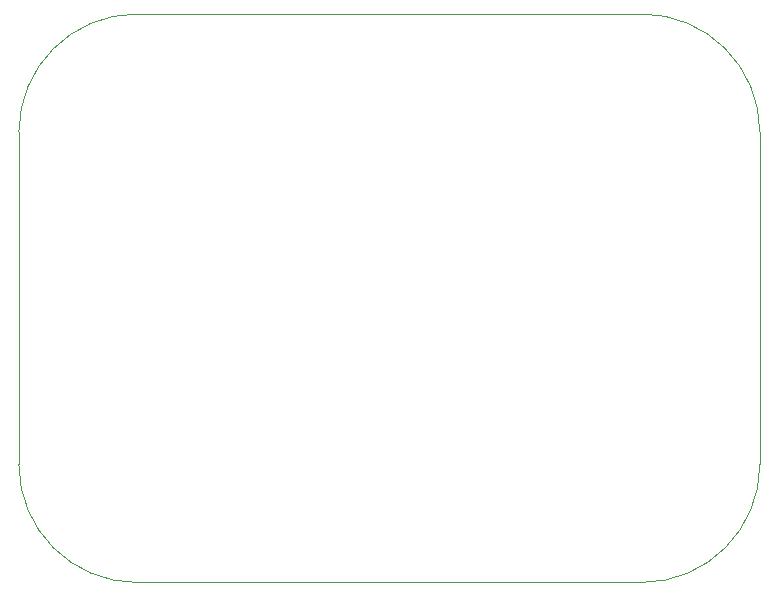
<source format=gbr>
%TF.GenerationSoftware,KiCad,Pcbnew,8.0.2*%
%TF.CreationDate,2025-04-18T13:41:41+02:00*%
%TF.ProjectId,PCA9685 board,50434139-3638-4352-9062-6f6172642e6b,rev?*%
%TF.SameCoordinates,Original*%
%TF.FileFunction,Profile,NP*%
%FSLAX46Y46*%
G04 Gerber Fmt 4.6, Leading zero omitted, Abs format (unit mm)*
G04 Created by KiCad (PCBNEW 8.0.2) date 2025-04-18 13:41:41*
%MOMM*%
%LPD*%
G01*
G04 APERTURE LIST*
%TA.AperFunction,Profile*%
%ADD10C,0.050000*%
%TD*%
G04 APERTURE END LIST*
D10*
X186977000Y-158877000D02*
X144239000Y-158877000D01*
X134239000Y-148877000D02*
X134239000Y-120744000D01*
X196977000Y-148877000D02*
G75*
G02*
X186977000Y-158877000I-10000000J0D01*
G01*
X144239000Y-110744000D02*
X186977000Y-110744000D01*
X134239000Y-120744000D02*
G75*
G02*
X144239000Y-110744000I10000000J0D01*
G01*
X186977000Y-110744000D02*
G75*
G02*
X196977000Y-120744000I0J-10000000D01*
G01*
X196977000Y-120744000D02*
X196977000Y-148877000D01*
X144239000Y-158877000D02*
G75*
G02*
X134239000Y-148877000I0J10000000D01*
G01*
M02*

</source>
